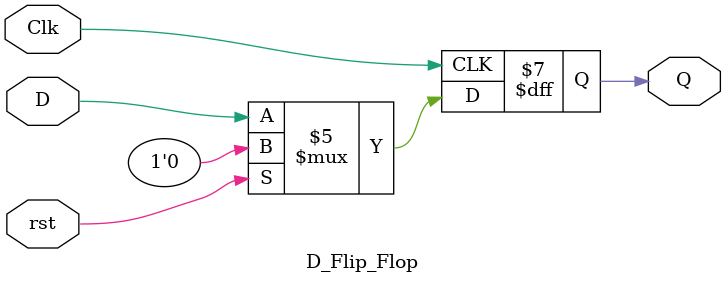
<source format=v>
module D_Flip_Flop(Q, D, Clk, rst);
    input D;
    input Clk;
    output reg Q;
    input rst;

    initial Q = 0;

    always @ (posedge Clk) begin
        if(rst == 1'b1)
            Q <= 1'b0;
        else
            Q <= D;
    end
endmodule

</source>
